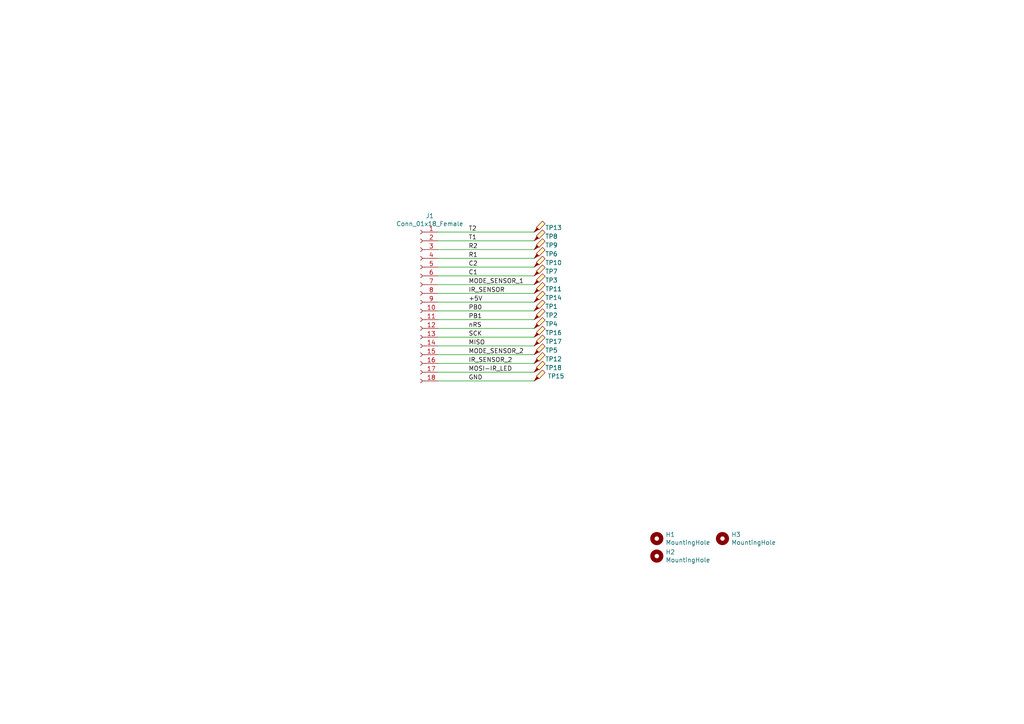
<source format=kicad_sch>
(kicad_sch (version 20211123) (generator eeschema)
  (paper "A4")
  (title_block (title "LEC009 test jig") (date "2021-01-07") (rev "002"))
  (lib_symbols
    (symbol "Connector:Conn_01x18_Female" (pin_names (offset 1.016) hide)
      (property "Reference" "J" (at 0 22.86 0))
      (property "Value" "Conn_01x18_Female" (at 0 -25.4 0))
      (symbol "Conn_01x18_Female_1_1"
        (arc (start 0 -22.352) (mid -0.508 -22.86) (end 0 -23.368) (stroke (width 0.1524)))
        (arc (start 0 -19.812) (mid -0.508 -20.32) (end 0 -20.828) (stroke (width 0.1524)))
        (arc (start 0 -17.272) (mid -0.508 -17.78) (end 0 -18.288) (stroke (width 0.1524)))
        (arc (start 0 -14.732) (mid -0.508 -15.24) (end 0 -15.748) (stroke (width 0.1524)))
        (arc (start 0 -12.192) (mid -0.508 -12.7) (end 0 -13.208) (stroke (width 0.1524)))
        (arc (start 0 -9.652) (mid -0.508 -10.16) (end 0 -10.668) (stroke (width 0.1524)))
        (arc (start 0 -7.112) (mid -0.508 -7.62) (end 0 -8.128) (stroke (width 0.1524)))
        (arc (start 0 -4.572) (mid -0.508 -5.08) (end 0 -5.588) (stroke (width 0.1524)))
        (arc (start 0 -2.032) (mid -0.508 -2.54) (end 0 -3.048) (stroke (width 0.1524)))
        (polyline (pts (xy -1.27 -22.86) (xy -0.508 -22.86)) (stroke (width 0.1524)))
        (polyline (pts (xy -1.27 -20.32) (xy -0.508 -20.32)) (stroke (width 0.1524)))
        (polyline (pts (xy -1.27 -17.78) (xy -0.508 -17.78)) (stroke (width 0.1524)))
        (polyline (pts (xy -1.27 -15.24) (xy -0.508 -15.24)) (stroke (width 0.1524)))
        (polyline (pts (xy -1.27 -12.7) (xy -0.508 -12.7)) (stroke (width 0.1524)))
        (polyline (pts (xy -1.27 -10.16) (xy -0.508 -10.16)) (stroke (width 0.1524)))
        (polyline (pts (xy -1.27 -7.62) (xy -0.508 -7.62)) (stroke (width 0.1524)))
        (polyline (pts (xy -1.27 -5.08) (xy -0.508 -5.08)) (stroke (width 0.1524)))
        (polyline (pts (xy -1.27 -2.54) (xy -0.508 -2.54)) (stroke (width 0.1524)))
        (polyline (pts (xy -1.27 0) (xy -0.508 0)) (stroke (width 0.1524)))
        (polyline (pts (xy -1.27 2.54) (xy -0.508 2.54)) (stroke (width 0.1524)))
        (polyline (pts (xy -1.27 5.08) (xy -0.508 5.08)) (stroke (width 0.1524)))
        (polyline (pts (xy -1.27 7.62) (xy -0.508 7.62)) (stroke (width 0.1524)))
        (polyline (pts (xy -1.27 10.16) (xy -0.508 10.16)) (stroke (width 0.1524)))
        (polyline (pts (xy -1.27 12.7) (xy -0.508 12.7)) (stroke (width 0.1524)))
        (polyline (pts (xy -1.27 15.24) (xy -0.508 15.24)) (stroke (width 0.1524)))
        (polyline (pts (xy -1.27 17.78) (xy -0.508 17.78)) (stroke (width 0.1524)))
        (polyline (pts (xy -1.27 20.32) (xy -0.508 20.32)) (stroke (width 0.1524)))
        (arc (start 0 0.508) (mid -0.508 0) (end 0 -0.508) (stroke (width 0.1524)))
        (arc (start 0 3.048) (mid -0.508 2.54) (end 0 2.032) (stroke (width 0.1524)))
        (arc (start 0 5.588) (mid -0.508 5.08) (end 0 4.572) (stroke (width 0.1524)))
        (arc (start 0 8.128) (mid -0.508 7.62) (end 0 7.112) (stroke (width 0.1524)))
        (arc (start 0 10.668) (mid -0.508 10.16) (end 0 9.652) (stroke (width 0.1524)))
        (arc (start 0 13.208) (mid -0.508 12.7) (end 0 12.192) (stroke (width 0.1524)))
        (arc (start 0 15.748) (mid -0.508 15.24) (end 0 14.732) (stroke (width 0.1524)))
        (arc (start 0 18.288) (mid -0.508 17.78) (end 0 17.272) (stroke (width 0.1524)))
        (arc (start 0 20.828) (mid -0.508 20.32) (end 0 19.812) (stroke (width 0.1524)))
        (pin passive line (at -5.08 20.32 0) (length 3.81) (name "Pin_1") (number "1"))
        (pin passive line (at -5.08 -2.54 0) (length 3.81) (name "Pin_10") (number "10"))
        (pin passive line (at -5.08 -5.08 0) (length 3.81) (name "Pin_11") (number "11"))
        (pin passive line (at -5.08 -7.62 0) (length 3.81) (name "Pin_12") (number "12"))
        (pin passive line (at -5.08 -10.16 0) (length 3.81) (name "Pin_13") (number "13"))
        (pin passive line (at -5.08 -12.7 0) (length 3.81) (name "Pin_14") (number "14"))
        (pin passive line (at -5.08 -15.24 0) (length 3.81) (name "Pin_15") (number "15"))
        (pin passive line (at -5.08 -17.78 0) (length 3.81) (name "Pin_16") (number "16"))
        (pin passive line (at -5.08 -20.32 0) (length 3.81) (name "Pin_17") (number "17"))
        (pin passive line (at -5.08 -22.86 0) (length 3.81) (name "Pin_18") (number "18"))
        (pin passive line (at -5.08 17.78 0) (length 3.81) (name "Pin_2") (number "2"))
        (pin passive line (at -5.08 15.24 0) (length 3.81) (name "Pin_3") (number "3"))
        (pin passive line (at -5.08 12.7 0) (length 3.81) (name "Pin_4") (number "4"))
        (pin passive line (at -5.08 10.16 0) (length 3.81) (name "Pin_5") (number "5"))
        (pin passive line (at -5.08 7.62 0) (length 3.81) (name "Pin_6") (number "6"))
        (pin passive line (at -5.08 5.08 0) (length 3.81) (name "Pin_7") (number "7"))
        (pin passive line (at -5.08 2.54 0) (length 3.81) (name "Pin_8") (number "8"))
        (pin passive line (at -5.08 0 0) (length 3.81) (name "Pin_9") (number "9"))
      )
    )
    (symbol "Connector:TestPoint_Probe" (pin_numbers hide) (pin_names (offset 0.762) hide)
      (property "Reference" "TP" (at 1.651 5.842 0))
      (property "Value" "TestPoint_Probe" (at 1.651 4.064 0))
      (symbol "TestPoint_Probe_0_1"
        (polyline (pts (xy 1.27 0.762) (xy 0 0) (xy 0.762 1.27) (xy 1.27 0.762)) (fill (type outline)))
        (polyline (pts (xy 1.397 0.635) (xy 0.635 1.397) (xy 2.413 3.175) (xy 3.175 2.413) (xy 1.397 0.635)) (fill (type background)))
      )
      (symbol "TestPoint_Probe_1_1"
        (pin passive line (at 0 0 90) (length 0) (name "1") (number "1"))
      )
    )
    (symbol "Mechanical:MountingHole" (pin_names (offset 1.016))
      (property "Reference" "H" (at 0 5.08 0))
      (property "Value" "MountingHole" (at 0 3.175 0))
      (symbol "MountingHole_0_1"
        (circle (center 0 0) (radius 1.27) (stroke (width 1.27)))
      )
    )
  )
  (wire (pts (xy 127 100.33) (xy 154.94 100.33)))
  (wire (pts (xy 127 72.39) (xy 154.94 72.39)))
  (wire (pts (xy 127 107.95) (xy 154.94 107.95)))
  (wire (pts (xy 127 69.85) (xy 154.94 69.85)))
  (wire (pts (xy 127 102.87) (xy 154.94 102.87)))
  (wire (pts (xy 127 105.41) (xy 154.94 105.41)))
  (wire (pts (xy 127 90.17) (xy 154.94 90.17)))
  (wire (pts (xy 127 97.79) (xy 154.94 97.79)))
  (wire (pts (xy 127 110.49) (xy 154.94 110.49)))
  (wire (pts (xy 127 92.71) (xy 154.94 92.71)))
  (wire (pts (xy 127 80.01) (xy 154.94 80.01)))
  (wire (pts (xy 127 77.47) (xy 154.94 77.47)))
  (wire (pts (xy 127 82.55) (xy 154.94 82.55)))
  (wire (pts (xy 127 74.93) (xy 154.94 74.93)))
  (wire (pts (xy 127 87.63) (xy 154.94 87.63)))
  (wire (pts (xy 127 67.31) (xy 154.94 67.31)))
  (wire (pts (xy 127 95.25) (xy 154.94 95.25)))
  (wire (pts (xy 127 85.09) (xy 154.94 85.09)))
  (label "MOSI-IR_LED" (at 135.89 107.95 0))
  (label "nRS" (at 135.89 95.25 0))
  (label "PB1" (at 135.89 92.71 0))
  (label "T2" (at 135.89 67.31 0))
  (label "SCK" (at 135.89 97.79 0))
  (label "MODE_SENSOR_1" (at 135.89 82.55 0))
  (label "IR_SENSOR_2" (at 135.89 105.41 0))
  (label "MODE_SENSOR_2" (at 135.89 102.87 0))
  (label "IR_SENSOR" (at 135.89 85.09 0))
  (label "C1" (at 135.89 80.01 0))
  (label "T1" (at 135.89 69.85 0))
  (label "C2" (at 135.89 77.47 0))
  (label "R2" (at 135.89 72.39 0))
  (label "PB0" (at 135.89 90.17 0))
  (label "+5V" (at 135.89 87.63 0))
  (label "GND" (at 135.89 110.49 0))
  (label "MISO" (at 135.89 100.33 0))
  (label "R1" (at 135.89 74.93 0))
  (symbol (lib_id "Mechanical:MountingHole") (at 190.5 156.21 0) (unit 1)
    (property "Reference" "H1" (at 193.04 155.0416 0) (effects (justify left)))
    (property "Value" "MountingHole" (at 193.04 157.353 0) (effects (justify left)))
    (property "Footprint" "0_mechanical:MountingHole_3.2mm_M3" (effects hide))
    (property "LCSC" "DNP" (effects hide))
  )
  (symbol (lib_id "Mechanical:MountingHole") (at 190.5 161.29 0) (unit 1)
    (property "Reference" "H2" (at 193.04 160.1216 0) (effects (justify left)))
    (property "Value" "MountingHole" (at 193.04 162.433 0) (effects (justify left)))
    (property "Footprint" "0_mechanical:MountingHole_3.2mm_M3" (effects hide))
    (property "LCSC" "DNP" (effects hide))
  )
  (symbol (lib_id "Mechanical:MountingHole") (at 209.55 156.21 0) (unit 1)
    (property "Reference" "H3" (at 212.09 155.0416 0) (effects (justify left)))
    (property "Value" "MountingHole" (at 212.09 157.353 0) (effects (justify left)))
    (property "Footprint" "0_mechanical:MountingHole_3.2mm_M3" (effects hide))
    (property "LCSC" "DNP" (effects hide))
  )
  (symbol (lib_id "0_logos:logo_lectix_25mm") (at 222.25 173.99 0) (unit 1)
    (property "Reference" "LOGO1" (effects hide))
    (property "Value" "logo_lectix_25mm" (effects hide))
    (property "Footprint" "0_logos:Logo_10mm" (effects hide))
    (property "LCSC" "DNP" (effects hide))
  )
  (symbol (lib_id "Connector:TestPoint_Probe") (at 154.94 87.63 0) (unit 1)
    (property "Reference" "TP14" (at 158.115 86.36 0) (effects (justify left)))
    (property "Value" "TestPoint_Probe" (effects hide))
    (property "Footprint" "0_pogo_pin:pogo-1mm" (effects hide))
    (property "LCSC" "DNP" (effects hide))
  )
  (symbol (lib_id "Connector:TestPoint_Probe") (at 154.94 110.49 0) (unit 1)
    (property "Reference" "TP15" (at 158.8262 109.093 0) (effects (justify left)))
    (property "Value" "TestPoint_Probe" (effects hide))
    (property "Footprint" "0_pogo_pin:pogo-1mm" (effects hide))
    (property "LCSC" "DNP" (effects hide))
  )
  (symbol (lib_id "Connector:TestPoint_Probe") (at 154.94 102.87 0) (unit 1)
    (property "Reference" "TP5" (at 158.115 101.6 0) (effects (justify left)))
    (property "Value" "TestPoint_Probe" (effects hide))
    (property "Footprint" "0_pogo_pin:pogo-1mm" (effects hide))
    (property "LCSC" "DNP" (effects hide))
  )
  (symbol (lib_id "Connector:TestPoint_Probe") (at 154.94 74.93 270) (mirror x) (unit 1)
    (property "Reference" "TP6" (at 158.115 73.66 90) (effects (justify left)))
    (property "Value" "TestPoint_Probe" (effects hide))
    (property "Footprint" "0_pogo_pin:pogo-1mm" (effects hide))
    (property "LCSC" "DNP" (effects hide))
  )
  (symbol (lib_id "Connector:TestPoint_Probe") (at 154.94 69.85 270) (mirror x) (unit 1)
    (property "Reference" "TP8" (at 158.115 68.58 90) (effects (justify left)))
    (property "Value" "TestPoint_Probe" (effects hide))
    (property "Footprint" "0_pogo_pin:pogo-1mm" (effects hide))
    (property "LCSC" "DNP" (effects hide))
  )
  (symbol (lib_id "Connector:TestPoint_Probe") (at 154.94 72.39 270) (mirror x) (unit 1)
    (property "Reference" "TP9" (at 158.115 71.12 90) (effects (justify left)))
    (property "Value" "TestPoint_Probe" (effects hide))
    (property "Footprint" "0_pogo_pin:pogo-1mm" (effects hide))
    (property "LCSC" "DNP" (effects hide))
  )
  (symbol (lib_id "Connector:TestPoint_Probe") (at 154.94 67.31 270) (mirror x) (unit 1)
    (property "Reference" "TP13" (at 158.115 66.04 90) (effects (justify left)))
    (property "Value" "TestPoint_Probe" (effects hide))
    (property "Footprint" "0_pogo_pin:pogo-1mm" (effects hide))
    (property "LCSC" "DNP" (effects hide))
  )
  (symbol (lib_id "Connector:TestPoint_Probe") (at 154.94 80.01 270) (mirror x) (unit 1)
    (property "Reference" "TP7" (at 158.115 78.74 90) (effects (justify left)))
    (property "Value" "TestPoint_Probe" (effects hide))
    (property "Footprint" "0_pogo_pin:pogo-1mm" (effects hide))
    (property "LCSC" "DNP" (effects hide))
  )
  (symbol (lib_id "Connector:TestPoint_Probe") (at 154.94 77.47 270) (mirror x) (unit 1)
    (property "Reference" "TP10" (at 158.115 76.2 90) (effects (justify left)))
    (property "Value" "TestPoint_Probe" (effects hide))
    (property "Footprint" "0_pogo_pin:pogo-1mm" (effects hide))
    (property "LCSC" "DNP" (effects hide))
  )
  (symbol (lib_id "Connector:TestPoint_Probe") (at 154.94 105.41 0) (unit 1)
    (property "Reference" "TP12" (at 158.115 104.14 0) (effects (justify left)))
    (property "Value" "TestPoint_Probe" (effects hide))
    (property "Footprint" "0_pogo_pin:pogo-1mm" (effects hide))
    (property "LCSC" "DNP" (effects hide))
  )
  (symbol (lib_id "Connector:TestPoint_Probe") (at 154.94 85.09 0) (unit 1)
    (property "Reference" "TP11" (at 158.115 83.82 0) (effects (justify left)))
    (property "Value" "TestPoint_Probe" (effects hide))
    (property "Footprint" "0_pogo_pin:pogo-1mm" (effects hide))
    (property "LCSC" "DNP" (effects hide))
  )
  (symbol (lib_id "Connector:Conn_01x18_Female") (at 121.92 87.63 0) (mirror y) (unit 1)
    (property "Reference" "J1" (at 124.6632 62.611 0))
    (property "Value" "Conn_01x18_Female" (at 124.6632 64.9224 0))
    (property "Footprint" "Connector_PinHeader_2.54mm:PinHeader_1x18_P2.54mm_Vertical" (effects hide))
  )
  (symbol (lib_id "Connector:TestPoint_Probe") (at 154.94 82.55 0) (unit 1)
    (property "Reference" "TP3" (at 158.115 81.28 0) (effects (justify left)))
    (property "Value" "TestPoint_Probe" (effects hide))
    (property "Footprint" "0_pogo_pin:pogo-1mm" (effects hide))
    (property "LCSC" "DNP" (effects hide))
  )
  (symbol (lib_id "Connector:TestPoint_Probe") (at 154.94 90.17 270) (mirror x) (unit 1)
    (property "Reference" "TP1" (at 158.115 88.9 90) (effects (justify left)))
    (property "Value" "TestPoint_Probe" (effects hide))
    (property "Footprint" "0_pogo_pin:pogo-1mm" (effects hide))
    (property "LCSC" "DNP" (effects hide))
  )
  (symbol (lib_id "Connector:TestPoint_Probe") (at 154.94 92.71 270) (mirror x) (unit 1)
    (property "Reference" "TP2" (at 158.115 91.44 90) (effects (justify left)))
    (property "Value" "TestPoint_Probe" (effects hide))
    (property "Footprint" "0_pogo_pin:pogo-1mm" (effects hide))
    (property "LCSC" "DNP" (effects hide))
  )
  (symbol (lib_id "Connector:TestPoint_Probe") (at 154.94 107.95 270) (mirror x) (unit 1)
    (property "Reference" "TP18" (at 158.115 106.68 90) (effects (justify left)))
    (property "Value" "TestPoint_Probe" (effects hide))
    (property "Footprint" "0_pogo_pin:pogo-1mm" (effects hide))
    (property "LCSC" "DNP" (effects hide))
  )
  (symbol (lib_id "Connector:TestPoint_Probe") (at 154.94 100.33 270) (mirror x) (unit 1)
    (property "Reference" "TP17" (at 158.115 99.06 90) (effects (justify left)))
    (property "Value" "TestPoint_Probe" (effects hide))
    (property "Footprint" "0_pogo_pin:pogo-1mm" (effects hide))
    (property "LCSC" "DNP" (effects hide))
  )
  (symbol (lib_id "Connector:TestPoint_Probe") (at 154.94 97.79 270) (mirror x) (unit 1)
    (property "Reference" "TP16" (at 158.115 96.52 90) (effects (justify left)))
    (property "Value" "TestPoint_Probe" (effects hide))
    (property "Footprint" "0_pogo_pin:pogo-1mm" (effects hide))
    (property "LCSC" "DNP" (effects hide))
  )
  (symbol (lib_id "Connector:TestPoint_Probe") (at 154.94 95.25 270) (mirror x) (unit 1)
    (property "Reference" "TP4" (at 158.115 93.98 90) (effects (justify left)))
    (property "Value" "TestPoint_Probe" (effects hide))
    (property "Footprint" "0_pogo_pin:pogo-1mm" (effects hide))
    (property "LCSC" "DNP" (effects hide))
  )
)
</source>
